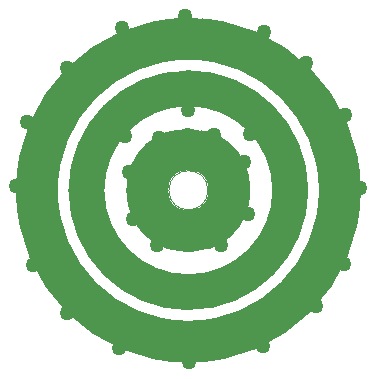
<source format=gtl>
G04*
G04 #@! TF.GenerationSoftware,Altium Limited,Altium Designer,21.0.9 (235)*
G04*
G04 Layer_Physical_Order=1*
G04 Layer_Color=255*
%FSLAX23Y23*%
%MOIN*%
G70*
G04*
G04 #@! TF.SameCoordinates,BEDAD971-5842-4F86-BEC8-44C97C0BC31F*
G04*
G04*
G04 #@! TF.FilePolarity,Positive*
G04*
G01*
G75*
%ADD10C,0.140*%
%ADD11C,0.120*%
%ADD13C,0.001*%
%ADD14C,0.050*%
D10*
X1902Y1755D02*
G03*
X1902Y1755I-137J0D01*
G01*
X2270D02*
G03*
X2270Y1755I-505J0D01*
G01*
D11*
X2105D02*
G03*
X2105Y1755I-340J0D01*
G01*
D13*
X1830D02*
G03*
X1830Y1755I-65J0D01*
G01*
D14*
X1952Y1849D02*
D03*
X1963Y1676D02*
D03*
X1873Y1574D02*
D03*
X1661D02*
D03*
X1579Y1659D02*
D03*
X1568Y1816D02*
D03*
X1668Y1929D02*
D03*
X1852Y1938D02*
D03*
X1971Y1941D02*
D03*
X1765Y2021D02*
D03*
X1554Y1935D02*
D03*
X2156Y2179D02*
D03*
X1753Y2336D02*
D03*
X1362Y2163D02*
D03*
X1192Y1770D02*
D03*
X2338Y1761D02*
D03*
X2191Y1369D02*
D03*
X1359Y1347D02*
D03*
X1768Y1181D02*
D03*
X1533Y1229D02*
D03*
X2013Y1236D02*
D03*
X2285Y1509D02*
D03*
X1248Y1505D02*
D03*
X2288Y2005D02*
D03*
X1228Y1984D02*
D03*
X2018Y2282D02*
D03*
X1545Y2296D02*
D03*
M02*

</source>
